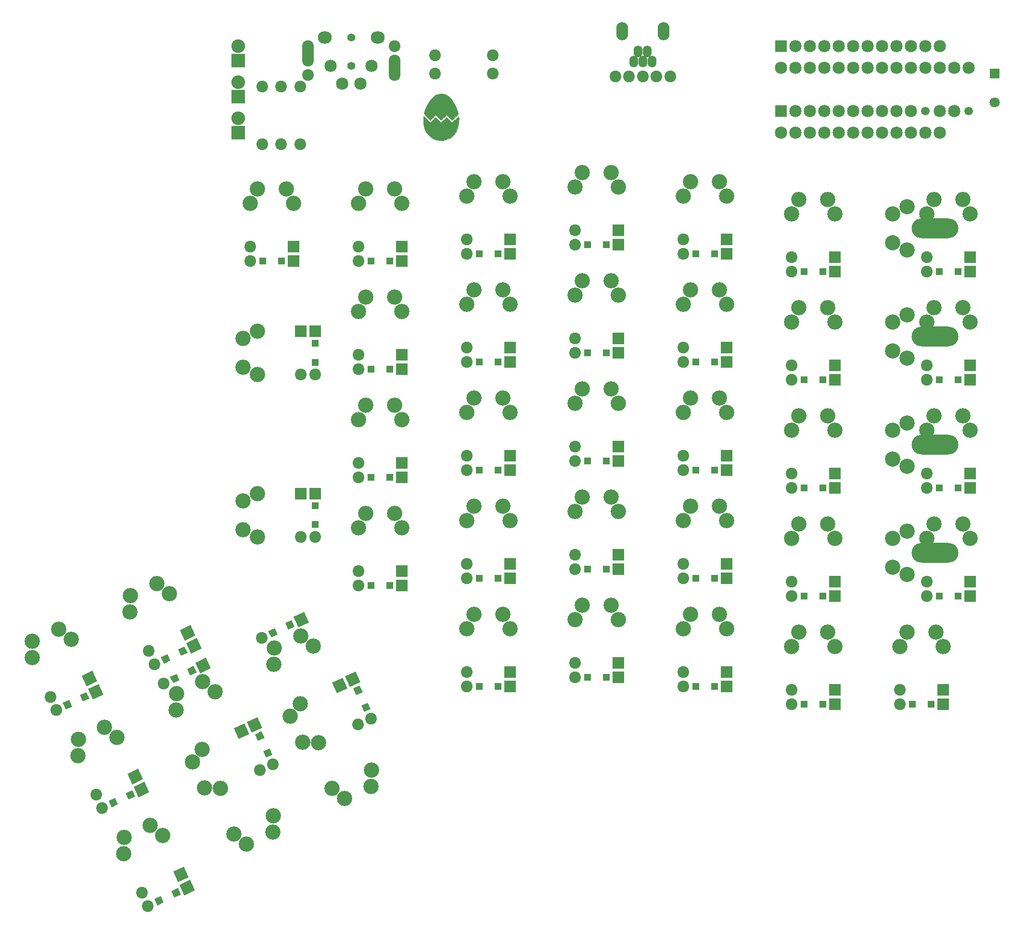
<source format=gbr>
G04 #@! TF.FileFunction,Soldermask,Bot*
%FSLAX46Y46*%
G04 Gerber Fmt 4.6, Leading zero omitted, Abs format (unit mm)*
G04 Created by KiCad (PCBNEW 4.0.2-stable) date 2016/09/05 11:36:04*
%MOMM*%
G01*
G04 APERTURE LIST*
%ADD10C,0.150000*%
%ADD11C,2.000000*%
%ADD12C,0.010000*%
%ADD13C,2.057400*%
%ADD14C,2.692400*%
%ADD15R,2.159000X2.159000*%
%ADD16C,2.159000*%
%ADD17O,2.463800X2.159000*%
%ADD18C,1.397000*%
%ADD19R,2.057400X2.057400*%
%ADD20R,1.244600X1.244600*%
%ADD21C,1.498600*%
%ADD22R,2.406400X2.406400*%
%ADD23C,2.406400*%
%ADD24O,1.549400X2.057400*%
%ADD25O,2.108200X3.200400*%
%ADD26R,1.806400X1.806400*%
%ADD27C,1.806400*%
%ADD28C,2.689860*%
%ADD29C,2.687320*%
%ADD30O,8.242300X3.479800*%
G04 APERTURE END LIST*
D10*
D11*
X78740000Y-37465000D02*
X78740000Y-34925000D01*
X93980000Y-40005000D02*
X93980000Y-37465000D01*
D12*
G36*
X99183192Y-47320749D02*
X99355496Y-47471896D01*
X99585028Y-47690626D01*
X99709662Y-47814662D01*
X100255099Y-48364991D01*
X100725892Y-47899110D01*
X101196686Y-47433229D01*
X102117314Y-48365437D01*
X102606824Y-47881036D01*
X103096333Y-47396634D01*
X103585617Y-47880812D01*
X104074901Y-48364991D01*
X104622168Y-47812815D01*
X104879655Y-47555134D01*
X105043757Y-47403991D01*
X105140200Y-47345563D01*
X105194705Y-47366027D01*
X105232997Y-47451559D01*
X105242395Y-47479518D01*
X105268149Y-47676765D01*
X105264912Y-47994978D01*
X105233458Y-48388429D01*
X105225922Y-48454768D01*
X105075863Y-49243278D01*
X104824193Y-49903450D01*
X104464865Y-50446739D01*
X103991828Y-50884600D01*
X103913474Y-50939995D01*
X103303500Y-51258689D01*
X102627834Y-51440699D01*
X101929874Y-51478653D01*
X101312351Y-51381896D01*
X100661233Y-51122623D01*
X100102315Y-50727823D01*
X99648299Y-50211484D01*
X99311888Y-49587589D01*
X99126107Y-48974666D01*
X99083130Y-48697577D01*
X99053160Y-48364729D01*
X99036857Y-48016682D01*
X99034881Y-47693996D01*
X99047892Y-47437230D01*
X99076549Y-47286944D01*
X99098279Y-47264333D01*
X99183192Y-47320749D01*
X99183192Y-47320749D01*
G37*
X99183192Y-47320749D02*
X99355496Y-47471896D01*
X99585028Y-47690626D01*
X99709662Y-47814662D01*
X100255099Y-48364991D01*
X100725892Y-47899110D01*
X101196686Y-47433229D01*
X102117314Y-48365437D01*
X102606824Y-47881036D01*
X103096333Y-47396634D01*
X103585617Y-47880812D01*
X104074901Y-48364991D01*
X104622168Y-47812815D01*
X104879655Y-47555134D01*
X105043757Y-47403991D01*
X105140200Y-47345563D01*
X105194705Y-47366027D01*
X105232997Y-47451559D01*
X105242395Y-47479518D01*
X105268149Y-47676765D01*
X105264912Y-47994978D01*
X105233458Y-48388429D01*
X105225922Y-48454768D01*
X105075863Y-49243278D01*
X104824193Y-49903450D01*
X104464865Y-50446739D01*
X103991828Y-50884600D01*
X103913474Y-50939995D01*
X103303500Y-51258689D01*
X102627834Y-51440699D01*
X101929874Y-51478653D01*
X101312351Y-51381896D01*
X100661233Y-51122623D01*
X100102315Y-50727823D01*
X99648299Y-50211484D01*
X99311888Y-49587589D01*
X99126107Y-48974666D01*
X99083130Y-48697577D01*
X99053160Y-48364729D01*
X99036857Y-48016682D01*
X99034881Y-47693996D01*
X99047892Y-47437230D01*
X99076549Y-47286944D01*
X99098279Y-47264333D01*
X99183192Y-47320749D01*
G36*
X102450398Y-43280467D02*
X102983045Y-43454025D01*
X103488349Y-43771545D01*
X103946173Y-44225659D01*
X104062180Y-44375014D01*
X104332838Y-44788000D01*
X104598212Y-45269623D01*
X104830397Y-45762805D01*
X105001494Y-46210464D01*
X105058826Y-46413886D01*
X105158995Y-46847840D01*
X104616948Y-47394749D01*
X104074901Y-47941657D01*
X103096333Y-46973301D01*
X102606824Y-47457702D01*
X102117314Y-47942104D01*
X101196686Y-47009896D01*
X100255276Y-47941482D01*
X99673073Y-47354784D01*
X99090870Y-46768085D01*
X99322551Y-46106043D01*
X99618791Y-45395940D01*
X99981319Y-44749940D01*
X100391339Y-44192766D01*
X100830060Y-43749140D01*
X101278687Y-43443785D01*
X101383625Y-43394719D01*
X101910545Y-43258242D01*
X102450398Y-43280467D01*
X102450398Y-43280467D01*
G37*
X102450398Y-43280467D02*
X102983045Y-43454025D01*
X103488349Y-43771545D01*
X103946173Y-44225659D01*
X104062180Y-44375014D01*
X104332838Y-44788000D01*
X104598212Y-45269623D01*
X104830397Y-45762805D01*
X105001494Y-46210464D01*
X105058826Y-46413886D01*
X105158995Y-46847840D01*
X104616948Y-47394749D01*
X104074901Y-47941657D01*
X103096333Y-46973301D01*
X102606824Y-47457702D01*
X102117314Y-47942104D01*
X101196686Y-47009896D01*
X100255276Y-47941482D01*
X99673073Y-47354784D01*
X99090870Y-46768085D01*
X99322551Y-46106043D01*
X99618791Y-45395940D01*
X99981319Y-44749940D01*
X100391339Y-44192766D01*
X100830060Y-43749140D01*
X101278687Y-43443785D01*
X101383625Y-43394719D01*
X101910545Y-43258242D01*
X102450398Y-43280467D01*
D13*
X78740000Y-40005000D03*
X78740000Y-37465000D03*
X78740000Y-34925000D03*
X93980000Y-40005000D03*
X93980000Y-37465000D03*
X93980000Y-34925000D03*
X53341367Y-147187736D03*
D10*
G36*
X54985576Y-147107661D02*
X54459585Y-145979670D01*
X55587576Y-145453679D01*
X56113567Y-146581670D01*
X54985576Y-147107661D01*
X54985576Y-147107661D01*
G37*
G36*
X59749862Y-145334450D02*
X58880367Y-143469813D01*
X60745004Y-142600318D01*
X61614499Y-144464955D01*
X59749862Y-145334450D01*
X59749862Y-145334450D01*
G37*
G36*
X58001224Y-145701441D02*
X57475233Y-144573450D01*
X58603224Y-144047459D01*
X59129215Y-145175450D01*
X58001224Y-145701441D01*
X58001224Y-145701441D01*
G37*
D13*
X70605747Y-139135936D03*
D10*
G36*
X72249956Y-139055861D02*
X71723965Y-137927870D01*
X72851956Y-137401879D01*
X73377947Y-138529870D01*
X72249956Y-139055861D01*
X72249956Y-139055861D01*
G37*
G36*
X77014242Y-137282650D02*
X76144747Y-135418013D01*
X78009384Y-134548518D01*
X78878879Y-136413155D01*
X77014242Y-137282650D01*
X77014242Y-137282650D01*
G37*
G36*
X75265604Y-137649641D02*
X74739613Y-136521650D01*
X75867604Y-135995659D01*
X76393595Y-137123650D01*
X75265604Y-137649641D01*
X75265604Y-137649641D01*
G37*
D14*
X77434621Y-138754526D03*
X72753017Y-143740174D03*
X79659082Y-140519823D03*
X72830577Y-140901427D03*
X60170241Y-146806326D03*
X55488637Y-151791974D03*
X62394702Y-148571623D03*
X55566197Y-148953227D03*
X85176179Y-167376434D03*
X89857783Y-162390786D03*
X82951718Y-165611137D03*
X89780223Y-165229533D03*
X67909259Y-175425694D03*
X72590863Y-170440046D03*
X65684798Y-173660397D03*
X72513303Y-173278793D03*
D13*
X70665000Y-41985000D03*
X70665000Y-52145000D03*
X73965000Y-41985000D03*
X73965000Y-52145000D03*
X77365000Y-41985000D03*
X77365000Y-52145000D03*
X101085000Y-36465000D03*
X111245000Y-36465000D03*
X101092000Y-39751000D03*
X111252000Y-39751000D03*
D15*
X161925000Y-34925000D03*
D16*
X164465000Y-34925000D03*
X167005000Y-34925000D03*
X169545000Y-34925000D03*
X172085000Y-34925000D03*
X174625000Y-34925000D03*
X177165000Y-34925000D03*
X179705000Y-34925000D03*
X182245000Y-34925000D03*
X184785000Y-34925000D03*
X187325000Y-34925000D03*
X189865000Y-34925000D03*
X189865000Y-50165000D03*
X187325000Y-50165000D03*
X184785000Y-50165000D03*
X182245000Y-50165000D03*
X179705000Y-50165000D03*
X177165000Y-50165000D03*
X174625000Y-50165000D03*
X167005000Y-50165000D03*
X164465000Y-50165000D03*
X161925000Y-50165000D03*
X172085000Y-50165000D03*
X169545000Y-50165000D03*
D17*
X90957400Y-33375600D03*
D16*
X82702400Y-38379400D03*
X87909400Y-41478200D03*
D17*
X81661000Y-33375600D03*
D16*
X84709000Y-41478200D03*
X89916000Y-38379400D03*
D18*
X86309200Y-33375600D03*
X86309200Y-38379400D03*
D14*
X74930000Y-60020200D03*
X68580000Y-62560200D03*
X76200000Y-62560200D03*
X69850000Y-60020200D03*
D13*
X68580000Y-70180200D03*
D19*
X76200000Y-70180200D03*
D13*
X68580000Y-72720200D03*
D19*
X76200000Y-72720200D03*
D20*
X70726300Y-72720200D03*
X74053700Y-72720200D03*
D14*
X67310000Y-86370160D03*
X69850000Y-92720160D03*
X69850000Y-85100160D03*
X67310000Y-91450160D03*
D13*
X77470000Y-92720160D03*
D19*
X77470000Y-85100160D03*
D13*
X80010000Y-92720160D03*
D19*
X80010000Y-85100160D03*
D20*
X80010000Y-90573860D03*
X80010000Y-87246460D03*
D14*
X67310000Y-114945160D03*
X69850000Y-121295160D03*
X69850000Y-113675160D03*
X67310000Y-120025160D03*
D13*
X77470000Y-121295160D03*
D19*
X77470000Y-113675160D03*
D13*
X80010000Y-121295160D03*
D19*
X80010000Y-113675160D03*
D20*
X80010000Y-119148860D03*
X80010000Y-115821460D03*
D14*
X189230000Y-138122660D03*
X182880000Y-140662660D03*
X190500000Y-140662660D03*
X184150000Y-138122660D03*
D13*
X182880000Y-148282660D03*
D19*
X190500000Y-148282660D03*
D13*
X182880000Y-150822660D03*
D19*
X190500000Y-150822660D03*
D20*
X185026300Y-150822660D03*
X188353700Y-150822660D03*
D14*
X93980000Y-79067660D03*
X87630000Y-81607660D03*
X95250000Y-81607660D03*
X88900000Y-79067660D03*
D13*
X87630000Y-89227660D03*
D19*
X95250000Y-89227660D03*
D13*
X87630000Y-91767660D03*
D19*
X95250000Y-91767660D03*
D20*
X89776300Y-91767660D03*
X93103700Y-91767660D03*
D14*
X42903321Y-154855586D03*
X38221717Y-159841234D03*
X45127782Y-156620883D03*
X38299277Y-157002487D03*
D13*
X41442068Y-166747299D03*
D10*
G36*
X47850562Y-164894014D02*
X46981067Y-163029377D01*
X48845704Y-162159882D01*
X49715199Y-164024519D01*
X47850562Y-164894014D01*
X47850562Y-164894014D01*
G37*
D13*
X42515518Y-169049321D03*
D10*
G36*
X48924013Y-167196036D02*
X48054518Y-165331399D01*
X49919155Y-164461904D01*
X50788650Y-166326541D01*
X48924013Y-167196036D01*
X48924013Y-167196036D01*
G37*
G36*
X44159727Y-168969246D02*
X43633736Y-167841255D01*
X44761727Y-167315264D01*
X45287718Y-168443255D01*
X44159727Y-168969246D01*
X44159727Y-168969246D01*
G37*
G36*
X47175375Y-167563026D02*
X46649384Y-166435035D01*
X47777375Y-165909044D01*
X48303366Y-167037035D01*
X47175375Y-167563026D01*
X47175375Y-167563026D01*
G37*
D14*
X50955121Y-172122506D03*
X46273517Y-177108154D03*
X53179582Y-173887803D03*
X46351077Y-174269407D03*
D13*
X49493868Y-184014219D03*
D10*
G36*
X55902362Y-182160934D02*
X55032867Y-180296297D01*
X56897504Y-179426802D01*
X57766999Y-181291439D01*
X55902362Y-182160934D01*
X55902362Y-182160934D01*
G37*
D13*
X50567318Y-186316241D03*
D10*
G36*
X56975813Y-184462956D02*
X56106318Y-182598319D01*
X57970955Y-181728824D01*
X58840450Y-183593461D01*
X56975813Y-184462956D01*
X56975813Y-184462956D01*
G37*
G36*
X52211527Y-186236166D02*
X51685536Y-185108175D01*
X52813527Y-184582184D01*
X53339518Y-185710175D01*
X52211527Y-186236166D01*
X52211527Y-186236166D01*
G37*
G36*
X55227175Y-184829946D02*
X54701184Y-183701955D01*
X55829175Y-183175964D01*
X56355166Y-184303955D01*
X55227175Y-184829946D01*
X55227175Y-184829946D01*
G37*
D14*
X34854061Y-137591206D03*
X30172457Y-142576854D03*
X37078522Y-139356503D03*
X30250017Y-139738107D03*
D13*
X33392808Y-149482919D03*
D10*
G36*
X39801302Y-147629634D02*
X38931807Y-145764997D01*
X40796444Y-144895502D01*
X41665939Y-146760139D01*
X39801302Y-147629634D01*
X39801302Y-147629634D01*
G37*
D13*
X34466258Y-151784941D03*
D10*
G36*
X40874753Y-149931656D02*
X40005258Y-148067019D01*
X41869895Y-147197524D01*
X42739390Y-149062161D01*
X40874753Y-149931656D01*
X40874753Y-149931656D01*
G37*
G36*
X36110467Y-151704866D02*
X35584476Y-150576875D01*
X36712467Y-150050884D01*
X37238458Y-151178875D01*
X36110467Y-151704866D01*
X36110467Y-151704866D01*
G37*
G36*
X39126115Y-150298646D02*
X38600124Y-149170655D01*
X39728115Y-148644664D01*
X40254106Y-149772655D01*
X39126115Y-150298646D01*
X39126115Y-150298646D01*
G37*
D14*
X52118441Y-129541946D03*
X47436837Y-134527594D03*
X54342902Y-131307243D03*
X47514397Y-131688847D03*
D13*
X50657188Y-141433659D03*
D10*
G36*
X57065682Y-139580374D02*
X56196187Y-137715737D01*
X58060824Y-136846242D01*
X58930319Y-138710879D01*
X57065682Y-139580374D01*
X57065682Y-139580374D01*
G37*
D13*
X51730638Y-143735681D03*
D10*
G36*
X58139133Y-141882396D02*
X57269638Y-140017759D01*
X59134275Y-139148264D01*
X60003770Y-141012901D01*
X58139133Y-141882396D01*
X58139133Y-141882396D01*
G37*
G36*
X53374847Y-143655606D02*
X52848856Y-142527615D01*
X53976847Y-142001624D01*
X54502838Y-143129615D01*
X53374847Y-143655606D01*
X53374847Y-143655606D01*
G37*
G36*
X56390495Y-142249386D02*
X55864504Y-141121395D01*
X56992495Y-140595404D01*
X57518486Y-141723395D01*
X56390495Y-142249386D01*
X56390495Y-142249386D01*
G37*
D14*
X170180000Y-61925200D03*
X163830000Y-64465200D03*
X171450000Y-64465200D03*
X165100000Y-61925200D03*
D13*
X163830000Y-72085200D03*
D19*
X171450000Y-72085200D03*
D13*
X163830000Y-74625200D03*
D19*
X171450000Y-74625200D03*
D20*
X165976300Y-74625200D03*
X169303700Y-74625200D03*
D14*
X151130000Y-58747660D03*
X144780000Y-61287660D03*
X152400000Y-61287660D03*
X146050000Y-58747660D03*
D13*
X144780000Y-68907660D03*
D19*
X152400000Y-68907660D03*
D13*
X144780000Y-71447660D03*
D19*
X152400000Y-71447660D03*
D20*
X146926300Y-71447660D03*
X150253700Y-71447660D03*
D14*
X132080000Y-57150000D03*
X125730000Y-59690000D03*
X133350000Y-59690000D03*
X127000000Y-57150000D03*
D13*
X125730000Y-67310000D03*
D19*
X133350000Y-67310000D03*
D13*
X125730000Y-69850000D03*
D19*
X133350000Y-69850000D03*
D20*
X127876300Y-69850000D03*
X131203700Y-69850000D03*
D14*
X113030000Y-58747660D03*
X106680000Y-61287660D03*
X114300000Y-61287660D03*
X107950000Y-58747660D03*
D13*
X106680000Y-68907660D03*
D19*
X114300000Y-68907660D03*
D13*
X106680000Y-71447660D03*
D19*
X114300000Y-71447660D03*
D20*
X108826300Y-71447660D03*
X112153700Y-71447660D03*
D14*
X151130000Y-134947660D03*
X144780000Y-137487660D03*
X152400000Y-137487660D03*
X146050000Y-134947660D03*
D13*
X144780000Y-145107660D03*
D19*
X152400000Y-145107660D03*
D13*
X144780000Y-147647660D03*
D19*
X152400000Y-147647660D03*
D20*
X146926300Y-147647660D03*
X150253700Y-147647660D03*
D14*
X170180000Y-80972660D03*
X163830000Y-83512660D03*
X171450000Y-83512660D03*
X165100000Y-80972660D03*
D13*
X163830000Y-91132660D03*
D19*
X171450000Y-91132660D03*
D13*
X163830000Y-93672660D03*
D19*
X171450000Y-93672660D03*
D20*
X165976300Y-93672660D03*
X169303700Y-93672660D03*
D14*
X132080000Y-76200000D03*
X125730000Y-78740000D03*
X133350000Y-78740000D03*
X127000000Y-76200000D03*
D13*
X125730000Y-86360000D03*
D19*
X133350000Y-86360000D03*
D13*
X125730000Y-88900000D03*
D19*
X133350000Y-88900000D03*
D20*
X127876300Y-88900000D03*
X131203700Y-88900000D03*
D14*
X113030000Y-77797660D03*
X106680000Y-80337660D03*
X114300000Y-80337660D03*
X107950000Y-77797660D03*
D13*
X106680000Y-87957660D03*
D19*
X114300000Y-87957660D03*
D13*
X106680000Y-90497660D03*
D19*
X114300000Y-90497660D03*
D20*
X108826300Y-90497660D03*
X112153700Y-90497660D03*
D14*
X170180000Y-100022660D03*
X163830000Y-102562660D03*
X171450000Y-102562660D03*
X165100000Y-100022660D03*
D13*
X163830000Y-110182660D03*
D19*
X171450000Y-110182660D03*
D13*
X163830000Y-112722660D03*
D19*
X171450000Y-112722660D03*
D20*
X165976300Y-112722660D03*
X169303700Y-112722660D03*
D14*
X151130000Y-96847660D03*
X144780000Y-99387660D03*
X152400000Y-99387660D03*
X146050000Y-96847660D03*
D13*
X144780000Y-107007660D03*
D19*
X152400000Y-107007660D03*
D13*
X144780000Y-109547660D03*
D19*
X152400000Y-109547660D03*
D20*
X146926300Y-109547660D03*
X150253700Y-109547660D03*
D14*
X132080000Y-95250000D03*
X125730000Y-97790000D03*
X133350000Y-97790000D03*
X127000000Y-95250000D03*
D13*
X125730000Y-105410000D03*
D19*
X133350000Y-105410000D03*
D13*
X125730000Y-107950000D03*
D19*
X133350000Y-107950000D03*
D20*
X127876300Y-107950000D03*
X131203700Y-107950000D03*
D14*
X113030000Y-96847660D03*
X106680000Y-99387660D03*
X114300000Y-99387660D03*
X107950000Y-96847660D03*
D13*
X106680000Y-107007660D03*
D19*
X114300000Y-107007660D03*
D13*
X106680000Y-109547660D03*
D19*
X114300000Y-109547660D03*
D20*
X108826300Y-109547660D03*
X112153700Y-109547660D03*
D14*
X93980000Y-98117660D03*
X87630000Y-100657660D03*
X95250000Y-100657660D03*
X88900000Y-98117660D03*
D13*
X87630000Y-108277660D03*
D19*
X95250000Y-108277660D03*
D13*
X87630000Y-110817660D03*
D19*
X95250000Y-110817660D03*
D20*
X89776300Y-110817660D03*
X93103700Y-110817660D03*
D14*
X170180000Y-119072660D03*
X163830000Y-121612660D03*
X171450000Y-121612660D03*
X165100000Y-119072660D03*
D13*
X163830000Y-129232660D03*
D19*
X171450000Y-129232660D03*
D13*
X163830000Y-131772660D03*
D19*
X171450000Y-131772660D03*
D20*
X165976300Y-131772660D03*
X169303700Y-131772660D03*
D14*
X151130000Y-115897660D03*
X144780000Y-118437660D03*
X152400000Y-118437660D03*
X146050000Y-115897660D03*
D13*
X144780000Y-126057660D03*
D19*
X152400000Y-126057660D03*
D13*
X144780000Y-128597660D03*
D19*
X152400000Y-128597660D03*
D20*
X146926300Y-128597660D03*
X150253700Y-128597660D03*
D14*
X132080000Y-114300000D03*
X125730000Y-116840000D03*
X133350000Y-116840000D03*
X127000000Y-114300000D03*
D13*
X125730000Y-124460000D03*
D19*
X133350000Y-124460000D03*
D13*
X125730000Y-127000000D03*
D19*
X133350000Y-127000000D03*
D20*
X127876300Y-127000000D03*
X131203700Y-127000000D03*
D14*
X113030000Y-115897660D03*
X106680000Y-118437660D03*
X114300000Y-118437660D03*
X107950000Y-115897660D03*
D13*
X106680000Y-126057660D03*
D19*
X114300000Y-126057660D03*
D13*
X106680000Y-128597660D03*
D19*
X114300000Y-128597660D03*
D20*
X108826300Y-128597660D03*
X112153700Y-128597660D03*
D14*
X93980000Y-117167660D03*
X87630000Y-119707660D03*
X95250000Y-119707660D03*
X88900000Y-117167660D03*
D13*
X87630000Y-127327660D03*
D19*
X95250000Y-127327660D03*
D13*
X87630000Y-129867660D03*
D19*
X95250000Y-129867660D03*
D20*
X89776300Y-129867660D03*
X93103700Y-129867660D03*
D14*
X170180000Y-138122660D03*
X163830000Y-140662660D03*
X171450000Y-140662660D03*
X165100000Y-138122660D03*
D13*
X163830000Y-148282660D03*
D19*
X171450000Y-148282660D03*
D13*
X163830000Y-150822660D03*
D19*
X171450000Y-150822660D03*
D20*
X165976300Y-150822660D03*
X169303700Y-150822660D03*
D14*
X132080000Y-133350000D03*
X125730000Y-135890000D03*
X133350000Y-135890000D03*
X127000000Y-133350000D03*
D13*
X125730000Y-143510000D03*
D19*
X133350000Y-143510000D03*
D13*
X125730000Y-146050000D03*
D19*
X133350000Y-146050000D03*
D20*
X127876300Y-146050000D03*
X131203700Y-146050000D03*
D14*
X113030000Y-134947660D03*
X106680000Y-137487660D03*
X114300000Y-137487660D03*
X107950000Y-134947660D03*
D13*
X106680000Y-145107660D03*
D19*
X114300000Y-145107660D03*
D13*
X106680000Y-147647660D03*
D19*
X114300000Y-147647660D03*
D20*
X108826300Y-147647660D03*
X112153700Y-147647660D03*
D14*
X75625366Y-152910359D03*
X80611014Y-157591963D03*
X77390663Y-150685898D03*
X77772267Y-157514403D03*
D13*
X87517079Y-154371612D03*
D10*
G36*
X85663794Y-147963118D02*
X83799157Y-148832613D01*
X82929662Y-146967976D01*
X84794299Y-146098481D01*
X85663794Y-147963118D01*
X85663794Y-147963118D01*
G37*
D13*
X89819101Y-153298162D03*
D10*
G36*
X87965816Y-146889667D02*
X86101179Y-147759162D01*
X85231684Y-145894525D01*
X87096321Y-145025030D01*
X87965816Y-146889667D01*
X87965816Y-146889667D01*
G37*
G36*
X89739026Y-151653953D02*
X88611035Y-152179944D01*
X88085044Y-151051953D01*
X89213035Y-150525962D01*
X89739026Y-151653953D01*
X89739026Y-151653953D01*
G37*
G36*
X88332806Y-148638305D02*
X87204815Y-149164296D01*
X86678824Y-148036305D01*
X87806815Y-147510314D01*
X88332806Y-148638305D01*
X88332806Y-148638305D01*
G37*
D14*
X58360986Y-160962159D03*
X63346634Y-165643763D03*
X60126283Y-158737698D03*
X60507887Y-165566203D03*
D13*
X70252699Y-162423412D03*
D10*
G36*
X68399414Y-156014918D02*
X66534777Y-156884413D01*
X65665282Y-155019776D01*
X67529919Y-154150281D01*
X68399414Y-156014918D01*
X68399414Y-156014918D01*
G37*
D13*
X72554721Y-161349962D03*
D10*
G36*
X70701436Y-154941467D02*
X68836799Y-155810962D01*
X67967304Y-153946325D01*
X69831941Y-153076830D01*
X70701436Y-154941467D01*
X70701436Y-154941467D01*
G37*
G36*
X72474646Y-159705753D02*
X71346655Y-160231744D01*
X70820664Y-159103753D01*
X71948655Y-158577762D01*
X72474646Y-159705753D01*
X72474646Y-159705753D01*
G37*
G36*
X71068426Y-156690105D02*
X69940435Y-157216096D01*
X69414444Y-156088105D01*
X70542435Y-155562114D01*
X71068426Y-156690105D01*
X71068426Y-156690105D01*
G37*
D14*
X151130000Y-77797660D03*
X144780000Y-80337660D03*
X152400000Y-80337660D03*
X146050000Y-77797660D03*
D13*
X144780000Y-87957660D03*
D19*
X152400000Y-87957660D03*
D13*
X144780000Y-90497660D03*
D19*
X152400000Y-90497660D03*
D20*
X146926300Y-90497660D03*
X150253700Y-90497660D03*
D14*
X93980000Y-60020200D03*
X87630000Y-62560200D03*
X95250000Y-62560200D03*
X88900000Y-60020200D03*
D13*
X87630000Y-70180200D03*
D19*
X95250000Y-70180200D03*
D13*
X87630000Y-72720200D03*
D19*
X95250000Y-72720200D03*
D20*
X89776300Y-72720200D03*
X93103700Y-72720200D03*
D16*
X164450000Y-46330000D03*
X166990000Y-46330000D03*
X169530000Y-46330000D03*
X172070000Y-46330000D03*
X174610000Y-46330000D03*
X177150000Y-46330000D03*
X179690000Y-46330000D03*
X182230000Y-46330000D03*
X184770000Y-46330000D03*
D21*
X187310000Y-46330000D03*
D16*
X189850000Y-46330000D03*
X192390000Y-46330000D03*
D21*
X194930000Y-46330000D03*
D15*
X161910000Y-46330000D03*
D16*
X194930000Y-38710000D03*
X192390000Y-38710000D03*
X189850000Y-38710000D03*
X187310000Y-38710000D03*
X184770000Y-38710000D03*
X182230000Y-38710000D03*
X179690000Y-38710000D03*
X177150000Y-38710000D03*
X174610000Y-38710000D03*
X172070000Y-38710000D03*
X169530000Y-38710000D03*
X166990000Y-38710000D03*
X164450000Y-38710000D03*
X161910000Y-38710000D03*
D22*
X66465000Y-37465000D03*
D23*
X66465000Y-34925000D03*
D22*
X66465000Y-43765000D03*
D23*
X66465000Y-41225000D03*
D22*
X66465000Y-50165000D03*
D23*
X66465000Y-47625000D03*
D24*
X136042400Y-37553900D03*
X136842500Y-35806380D03*
X137642600Y-37553900D03*
X138442700Y-35806380D03*
X139242800Y-37553900D03*
D25*
X141290040Y-32230060D03*
X133995160Y-32230060D03*
D13*
X135229600Y-40259000D03*
X132816600Y-40259000D03*
X137642600Y-40259000D03*
X142468600Y-40259000D03*
X140055600Y-40259000D03*
D26*
X199517000Y-39751000D03*
D27*
X199517000Y-44751000D03*
D14*
X193992500Y-119072660D03*
X187642500Y-121612660D03*
D28*
X195262500Y-121612660D03*
D14*
X188912500Y-119072660D03*
D13*
X187642500Y-129232660D03*
D19*
X195262500Y-129232660D03*
D13*
X187642500Y-131772660D03*
D19*
X195262500Y-131772660D03*
D20*
X189788800Y-131772660D03*
X193116200Y-131772660D03*
D29*
X181610000Y-121612660D03*
X184150000Y-120342660D03*
X184150000Y-127962660D03*
X181610000Y-126692660D03*
D30*
X189069980Y-124152660D03*
D14*
X193992500Y-100022660D03*
X187642500Y-102562660D03*
D28*
X195262500Y-102562660D03*
D14*
X188912500Y-100022660D03*
D13*
X187642500Y-110182660D03*
D19*
X195262500Y-110182660D03*
D13*
X187642500Y-112722660D03*
D19*
X195262500Y-112722660D03*
D20*
X189788800Y-112722660D03*
X193116200Y-112722660D03*
D29*
X181610000Y-102562660D03*
X184150000Y-101292660D03*
X184150000Y-108912660D03*
X181610000Y-107642660D03*
D30*
X189069980Y-105102660D03*
D14*
X193992500Y-80972660D03*
X187642500Y-83512660D03*
D28*
X195262500Y-83512660D03*
D14*
X188912500Y-80972660D03*
D13*
X187642500Y-91132660D03*
D19*
X195262500Y-91132660D03*
D13*
X187642500Y-93672660D03*
D19*
X195262500Y-93672660D03*
D20*
X189788800Y-93672660D03*
X193116200Y-93672660D03*
D29*
X181610000Y-83512660D03*
X184150000Y-82242660D03*
X184150000Y-89862660D03*
X181610000Y-88592660D03*
D30*
X189069980Y-86052660D03*
D14*
X193992500Y-61925200D03*
X187642500Y-64465200D03*
D28*
X195262500Y-64465200D03*
D14*
X188912500Y-61925200D03*
D13*
X187642500Y-72085200D03*
D19*
X195262500Y-72085200D03*
D13*
X187642500Y-74625200D03*
D19*
X195262500Y-74625200D03*
D20*
X189788800Y-74625200D03*
X193116200Y-74625200D03*
D29*
X181610000Y-64465200D03*
X184150000Y-63195200D03*
X184150000Y-70815200D03*
X181610000Y-69545200D03*
D30*
X189069980Y-67005200D03*
M02*

</source>
